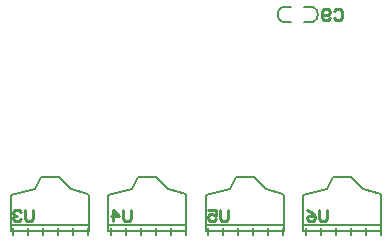
<source format=gbo>
G04*
G04 #@! TF.GenerationSoftware,Altium Limited,Altium Designer,20.0.13 (296)*
G04*
G04 Layer_Color=32896*
%FSLAX25Y25*%
%MOIN*%
G70*
G01*
G75*
%ADD12C,0.00787*%
%ADD14C,0.01000*%
D12*
X259902Y350900D02*
G03*
X259902Y356100I-902J2600D01*
G01*
X250098D02*
G03*
X250098Y350900I902J-2600D01*
G01*
X257100Y356100D02*
X259902D01*
X257100Y350900D02*
X259902D01*
X250098Y356100D02*
X252900D01*
X250098Y350900D02*
X252900D01*
X175247Y299294D02*
X179247Y295294D01*
X185080Y293627D01*
X169247Y299294D02*
X175247D01*
X159247Y293294D02*
X167247Y295294D01*
X169247Y299294D01*
X159247Y281294D02*
Y293294D01*
Y281294D02*
Y283294D01*
X185247D02*
Y293294D01*
Y281294D02*
Y283294D01*
X160147Y279994D02*
Y282494D01*
X165147Y279994D02*
Y282494D01*
X170147Y279994D02*
Y282494D01*
X175147Y279994D02*
Y282494D01*
X180147Y279994D02*
Y282494D01*
X185147Y279994D02*
Y282494D01*
X159247Y283294D02*
X185247D01*
X159247Y281294D02*
X185247D01*
X207747Y299294D02*
X211747Y295294D01*
X217580Y293627D01*
X201747Y299294D02*
X207747D01*
X191747Y293294D02*
X199747Y295294D01*
X201747Y299294D01*
X191747Y281294D02*
Y293294D01*
Y281294D02*
Y283294D01*
X217747D02*
Y293294D01*
Y281294D02*
Y283294D01*
X192647Y279994D02*
Y282494D01*
X197647Y279994D02*
Y282494D01*
X202647Y279994D02*
Y282494D01*
X207647Y279994D02*
Y282494D01*
X212647Y279994D02*
Y282494D01*
X217647Y279994D02*
Y282494D01*
X191747Y283294D02*
X217747D01*
X191747Y281294D02*
X217747D01*
X272747Y299294D02*
X276747Y295294D01*
X282580Y293627D01*
X266747Y299294D02*
X272747D01*
X256747Y293294D02*
X264747Y295294D01*
X266747Y299294D01*
X256747Y281294D02*
Y293294D01*
Y281294D02*
Y283294D01*
X282747D02*
Y293294D01*
Y281294D02*
Y283294D01*
X257647Y279994D02*
Y282494D01*
X262647Y279994D02*
Y282494D01*
X267647Y279994D02*
Y282494D01*
X272647Y279994D02*
Y282494D01*
X277647Y279994D02*
Y282494D01*
X282647Y279994D02*
Y282494D01*
X256747Y283294D02*
X282747D01*
X256747Y281294D02*
X282747D01*
X240247Y299294D02*
X244247Y295294D01*
X250080Y293627D01*
X234247Y299294D02*
X240247D01*
X224247Y293294D02*
X232247Y295294D01*
X234247Y299294D01*
X224247Y281294D02*
Y293294D01*
Y281294D02*
Y283294D01*
X250247D02*
Y293294D01*
Y281294D02*
Y283294D01*
X225147Y279994D02*
Y282494D01*
X230147Y279994D02*
Y282494D01*
X235147Y279994D02*
Y282494D01*
X240147Y279994D02*
Y282494D01*
X245147Y279994D02*
Y282494D01*
X250147Y279994D02*
Y282494D01*
X224247Y283294D02*
X250247D01*
X224247Y281294D02*
X250247D01*
D14*
X267156Y354812D02*
X267812Y355468D01*
X269124D01*
X269780Y354812D01*
Y352188D01*
X269124Y351532D01*
X267812D01*
X267156Y352188D01*
X265844D02*
X265188Y351532D01*
X263876D01*
X263220Y352188D01*
Y354812D01*
X263876Y355468D01*
X265188D01*
X265844Y354812D01*
Y354156D01*
X265188Y353500D01*
X263220D01*
X166780Y288468D02*
Y285188D01*
X166124Y284532D01*
X164812D01*
X164156Y285188D01*
Y288468D01*
X162844Y287812D02*
X162188Y288468D01*
X160876D01*
X160220Y287812D01*
Y287156D01*
X160876Y286500D01*
X161532D01*
X160876D01*
X160220Y285844D01*
Y285188D01*
X160876Y284532D01*
X162188D01*
X162844Y285188D01*
X199280Y288468D02*
Y285188D01*
X198624Y284532D01*
X197312D01*
X196656Y285188D01*
Y288468D01*
X193376Y284532D02*
Y288468D01*
X195344Y286500D01*
X192720D01*
X264780Y288468D02*
Y285188D01*
X264124Y284532D01*
X262812D01*
X262156Y285188D01*
Y288468D01*
X258220D02*
X259532Y287812D01*
X260844Y286500D01*
Y285188D01*
X260188Y284532D01*
X258876D01*
X258220Y285188D01*
Y285844D01*
X258876Y286500D01*
X260844D01*
X231780Y288468D02*
Y285188D01*
X231124Y284532D01*
X229812D01*
X229156Y285188D01*
Y288468D01*
X225220D02*
X227844D01*
Y286500D01*
X226532Y287156D01*
X225876D01*
X225220Y286500D01*
Y285188D01*
X225876Y284532D01*
X227188D01*
X227844Y285188D01*
M02*

</source>
